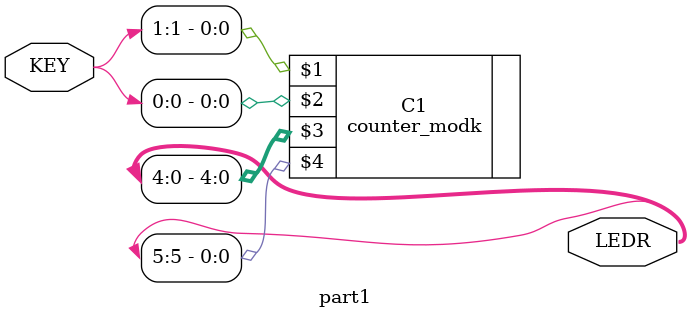
<source format=v>
module part1 (KEY, LEDR);
  input [1:0] KEY;
  output [5:0] LEDR;

  counter_modk C1 (KEY[1], KEY[0], LEDR[4:0], LEDR[5]);
  defparam C1.n = 5;
  defparam C1.k = 20;

endmodule
</source>
